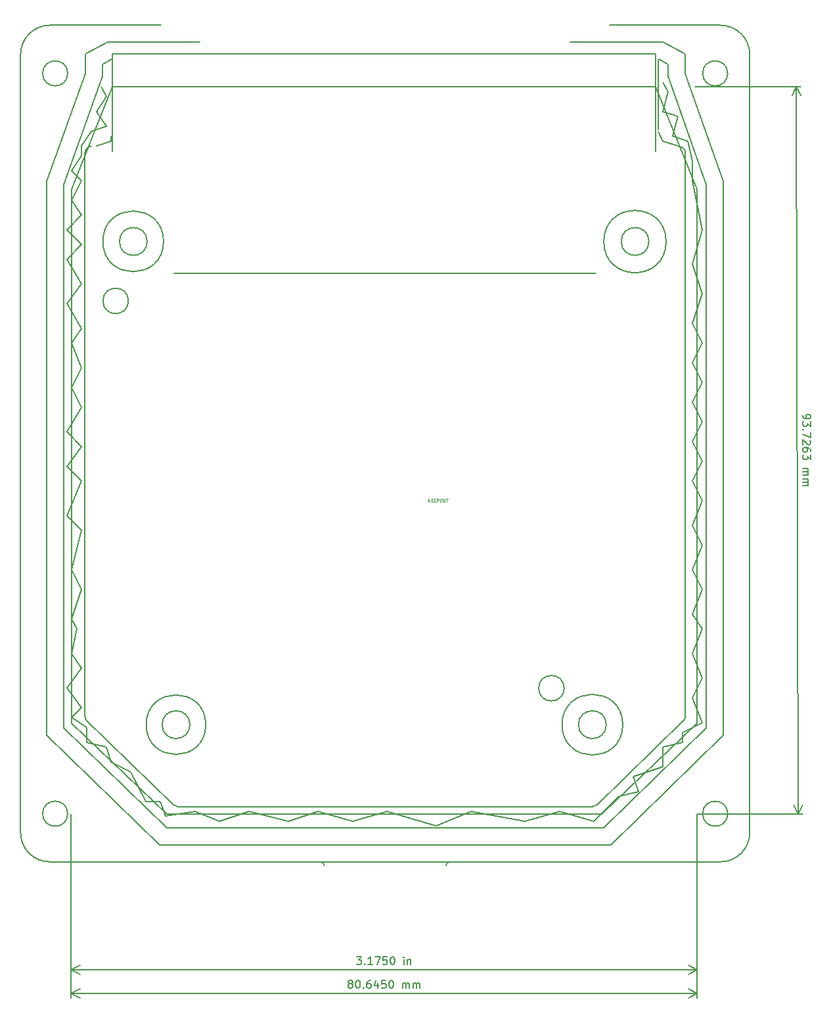
<source format=gbr>
%TF.GenerationSoftware,KiCad,Pcbnew,8.99.0-unknown-1.20241217gite6b7397.fc40*%
%TF.CreationDate,2024-12-24T22:56:10-03:00*%
%TF.ProjectId,hw_v1,68775f76-312e-46b6-9963-61645f706362,rev?*%
%TF.SameCoordinates,Original*%
%TF.FileFunction,Other,Comment*%
%FSLAX46Y46*%
G04 Gerber Fmt 4.6, Leading zero omitted, Abs format (unit mm)*
G04 Created by KiCad (PCBNEW 8.99.0-unknown-1.20241217gite6b7397.fc40) date 2024-12-24 22:56:10*
%MOMM*%
%LPD*%
G01*
G04 APERTURE LIST*
%ADD10C,0.150000*%
%ADD11C,0.200000*%
%ADD12C,0.070000*%
G04 APERTURE END LIST*
D10*
X75322657Y-128918309D02*
X75322657Y-130823309D01*
X149617657Y-131458309D02*
X152157657Y-130823309D01*
D11*
X155217800Y-58935152D02*
X155217800Y-128993660D01*
X70204000Y-58551109D02*
X70204000Y-129928541D01*
X72896400Y-140037741D02*
G75*
G02*
X69670600Y-140037741I-1612900J0D01*
G01*
X69670600Y-140037741D02*
G75*
G02*
X72896400Y-140037741I1612900J0D01*
G01*
D10*
X74687657Y-58433309D02*
X73417657Y-57163309D01*
X96277657Y-139713309D02*
X101357657Y-140983309D01*
X114057657Y-139713309D02*
X120407657Y-141618309D01*
D11*
X151687200Y-54058742D02*
G75*
G02*
X152499958Y-54871542I-300J-813058D01*
G01*
D10*
X73417657Y-85103309D02*
X74687657Y-87643309D01*
D11*
X72413800Y-58935152D02*
X72413800Y-128993660D01*
X85654100Y-141841141D02*
X141977500Y-141841141D01*
X66825800Y-42196941D02*
G75*
G02*
X70585000Y-38437700I3759200J41D01*
G01*
D10*
X72782657Y-123838309D02*
X74687657Y-126378309D01*
D11*
X149604400Y-40622141D02*
X152449200Y-42120741D01*
X152253218Y-128083325D02*
X141112139Y-138893865D01*
D10*
X154697657Y-84468309D02*
X153427657Y-81928309D01*
X75322657Y-130823309D02*
X77862657Y-131458309D01*
X153427657Y-119393309D02*
X154697657Y-116218309D01*
X154697657Y-94628309D02*
X153427657Y-92088309D01*
X73417657Y-79388309D02*
X74687657Y-82563309D01*
X89292657Y-139713309D02*
X92467657Y-140983309D01*
X153427657Y-97168309D02*
X154697657Y-94628309D01*
X146442657Y-137173309D02*
X145807657Y-135268309D01*
X149617657Y-133998309D02*
X149617657Y-131458309D01*
D11*
X75182400Y-44660741D02*
X70204000Y-58551109D01*
X160805800Y-142476141D02*
X160805800Y-42196941D01*
D10*
X73417657Y-108598309D02*
X74687657Y-111138309D01*
D11*
X84758201Y-144050941D02*
X142873399Y-144050941D01*
D10*
X150887657Y-52718309D02*
X151522657Y-50178309D01*
D11*
X157046600Y-38437741D02*
G75*
G02*
X160805759Y-42196941I-200J-3759359D01*
G01*
D10*
X109612657Y-140983309D02*
X114057657Y-139713309D01*
D11*
X157961000Y-140037741D02*
G75*
G02*
X154735200Y-140037741I-1612900J0D01*
G01*
X154735200Y-140037741D02*
G75*
G02*
X157961000Y-140037741I1612900J0D01*
G01*
X152449200Y-42120741D02*
X152449200Y-44660741D01*
D10*
X77862657Y-47638309D02*
X77227657Y-46368309D01*
D11*
X157046600Y-38437742D02*
X142708300Y-38437741D01*
D10*
X76592657Y-49543309D02*
X77862657Y-47638309D01*
D11*
X89927100Y-40622141D02*
X78027200Y-40622141D01*
X121651700Y-146743340D02*
G75*
G02*
X122159700Y-146235300I508000J40D01*
G01*
D10*
X77862657Y-131458309D02*
X78497657Y-133363309D01*
D11*
X137704500Y-40622141D02*
X149604400Y-40622141D01*
X157427600Y-58551109D02*
X157427600Y-129928541D01*
D10*
X73417657Y-119393309D02*
X74687657Y-121298309D01*
X74687657Y-82563309D02*
X73417657Y-85103309D01*
X72782657Y-68593309D02*
X74687657Y-71768309D01*
X74052657Y-116218309D02*
X73417657Y-119393309D01*
X153427657Y-92088309D02*
X154697657Y-89548309D01*
X153427657Y-81928309D02*
X154697657Y-79388309D01*
D11*
X77392200Y-43454314D02*
X77392200Y-45044784D01*
X105471900Y-146235340D02*
X70585000Y-146235340D01*
D10*
X153427657Y-114313309D02*
X154697657Y-111138309D01*
X140727657Y-140983309D02*
X143902657Y-137808309D01*
D11*
X152500000Y-127500000D02*
G75*
G02*
X152253197Y-128083303I-812700J0D01*
G01*
X155217800Y-128993660D02*
X141977500Y-141841141D01*
D10*
X92467657Y-140983309D02*
X96277657Y-139713309D01*
D11*
X149019258Y-42831941D02*
X149019258Y-51823542D01*
X66825800Y-142476140D02*
X66825801Y-42196941D01*
D10*
X76592657Y-53988309D02*
X78497657Y-53353309D01*
X74687657Y-77483309D02*
X73417657Y-79388309D01*
X74687657Y-126378309D02*
X73417657Y-127648309D01*
X74687657Y-66688309D02*
X72782657Y-68593309D01*
X73417657Y-127648309D02*
X75322657Y-128918309D01*
X131837657Y-140983309D02*
X136282657Y-139713309D01*
D11*
X160805799Y-142476141D02*
G75*
G02*
X157046599Y-146235299I-3759199J41D01*
G01*
X157961000Y-44635341D02*
G75*
G02*
X154735200Y-44635341I-1612900J0D01*
G01*
X154735200Y-44635341D02*
G75*
G02*
X157961000Y-44635341I1612900J0D01*
G01*
D10*
X81037657Y-134633309D02*
X82942657Y-138443309D01*
X82942657Y-138443309D02*
X84847657Y-138443309D01*
X149617657Y-49543309D02*
X150252657Y-47003309D01*
X74687657Y-97168309D02*
X72782657Y-101613309D01*
X74687657Y-121298309D02*
X72782657Y-123838309D01*
X154697657Y-89548309D02*
X153427657Y-87008309D01*
X153427657Y-108598309D02*
X154697657Y-105423309D01*
X74687657Y-62878309D02*
X72782657Y-64783309D01*
X154697657Y-111138309D02*
X153427657Y-108598309D01*
X153427657Y-58433309D02*
X153427657Y-55893309D01*
X153427657Y-76848309D02*
X154697657Y-73038309D01*
D11*
X141112139Y-138893865D02*
G75*
G02*
X140546121Y-139123357I-566139J583565D01*
G01*
X75131601Y-54871541D02*
X75131600Y-127500000D01*
X157046599Y-146235341D02*
X122159700Y-146235340D01*
D10*
X77862657Y-51448309D02*
X76592657Y-49543309D01*
D11*
X140999567Y-70377685D02*
X86632033Y-70377685D01*
D10*
X72782657Y-95263309D02*
X74687657Y-97168309D01*
X84847657Y-138443309D02*
X85482657Y-140348309D01*
D11*
X149057946Y-42831941D02*
X150239400Y-43454314D01*
D10*
X143902657Y-137808309D02*
X146442657Y-137173309D01*
X145807657Y-135268309D02*
X149617657Y-133998309D01*
X120407657Y-141618309D02*
X124852657Y-139713309D01*
D11*
X72413800Y-128993660D02*
X85654100Y-141841141D01*
D10*
X152157657Y-129553309D02*
X154697657Y-128283309D01*
X136282657Y-139713309D02*
X140727657Y-140983309D01*
D11*
X77392200Y-45044784D02*
X72413800Y-58935152D01*
D10*
X72782657Y-64783309D02*
X74687657Y-66688309D01*
X85482657Y-140348309D02*
X89292657Y-139713309D01*
X75957657Y-52083309D02*
X77862657Y-51448309D01*
X152792657Y-53353309D02*
X150887657Y-52718309D01*
X74687657Y-92723309D02*
X72782657Y-95263309D01*
D11*
X87085479Y-139123340D02*
X140546121Y-139123340D01*
D10*
X73417657Y-114948309D02*
X74052657Y-116218309D01*
D11*
X78027200Y-40622141D02*
X75182400Y-42120741D01*
D10*
X154697657Y-105423309D02*
X153427657Y-102883309D01*
D11*
X105471900Y-146235340D02*
G75*
G02*
X105979860Y-146743340I-200J-508160D01*
G01*
X84923300Y-38437741D02*
X70585000Y-38437741D01*
D10*
X74687657Y-87643309D02*
X72782657Y-90818309D01*
D11*
X78612342Y-42831941D02*
X78612342Y-51823541D01*
D10*
X154697657Y-64783309D02*
X153427657Y-58433309D01*
D11*
X75131601Y-54871541D02*
G75*
G02*
X75944401Y-54058701I812799J41D01*
G01*
D10*
X78497657Y-53353309D02*
X78497657Y-52718309D01*
D11*
X75182400Y-42120741D02*
X75182400Y-44660741D01*
D10*
X154697657Y-99708309D02*
X153427657Y-97168309D01*
D11*
X150239400Y-43454314D02*
X150239400Y-45044784D01*
X152449200Y-44660741D02*
X157427600Y-58551109D01*
D10*
X74687657Y-71768309D02*
X72782657Y-74308309D01*
D11*
X70204000Y-129928541D02*
X84758201Y-144050941D01*
D10*
X78497657Y-133363309D02*
X81037657Y-134633309D01*
X151522657Y-50178309D02*
X149617657Y-49543309D01*
X150252657Y-47003309D02*
X149617657Y-45733309D01*
X72782657Y-101613309D02*
X74687657Y-103518309D01*
D11*
X75378382Y-128083325D02*
X86519461Y-138893865D01*
D10*
X149617657Y-53353309D02*
X148982657Y-52083309D01*
X154697657Y-122568309D02*
X153427657Y-119393309D01*
X72782657Y-90818309D02*
X74687657Y-92723309D01*
X153427657Y-87008309D02*
X154697657Y-84468309D01*
X74687657Y-53988309D02*
X75957657Y-52083309D01*
D11*
X70585000Y-146235340D02*
G75*
G02*
X66825760Y-142476140I-100J3759140D01*
G01*
X152500000Y-54871542D02*
X152499999Y-127500000D01*
D10*
X154697657Y-128283309D02*
X153427657Y-125108309D01*
X153427657Y-125108309D02*
X154697657Y-122568309D01*
X74687657Y-55258309D02*
X74687657Y-53988309D01*
X73417657Y-57163309D02*
X74687657Y-55258309D01*
D11*
X122159700Y-146235340D02*
X105471900Y-146235340D01*
D10*
X154697657Y-79388309D02*
X153427657Y-76848309D01*
X154697657Y-73038309D02*
X153427657Y-69228309D01*
X101357657Y-140983309D02*
X105167657Y-139713309D01*
X151522657Y-53988309D02*
X149617657Y-53353309D01*
D11*
X75378382Y-128083325D02*
G75*
G02*
X75131600Y-127500000I566018J583325D01*
G01*
D10*
X74687657Y-62878309D02*
X73417657Y-60973309D01*
X74687657Y-111138309D02*
X73417657Y-114948309D01*
X72782657Y-74308309D02*
X74687657Y-77483309D01*
X73417657Y-60973309D02*
X74687657Y-58433309D01*
D11*
X72896400Y-44635341D02*
G75*
G02*
X69670600Y-44635341I-1612900J0D01*
G01*
X69670600Y-44635341D02*
G75*
G02*
X72896400Y-44635341I1612900J0D01*
G01*
X87085479Y-139123341D02*
G75*
G02*
X86519443Y-138893883I21J812941D01*
G01*
D10*
X153427657Y-55893309D02*
X152792657Y-53353309D01*
D11*
X150239400Y-45044784D02*
X155217800Y-58935152D01*
D10*
X74687657Y-103518309D02*
X73417657Y-108598309D01*
D11*
X157427600Y-129928541D02*
X142873399Y-144050941D01*
X78573654Y-42831941D02*
X77392200Y-43454314D01*
D10*
X153427657Y-69228309D02*
X154697657Y-64783309D01*
X105167657Y-139713309D02*
X109612657Y-140983309D01*
X153427657Y-102883309D02*
X154697657Y-99708309D01*
X152157657Y-130823309D02*
X152157657Y-129553309D01*
X154697657Y-116218309D02*
X153427657Y-114313309D01*
X124852657Y-139713309D02*
X131837657Y-140983309D01*
X110131538Y-158464328D02*
X110750585Y-158464328D01*
X110750585Y-158464328D02*
X110417252Y-158845280D01*
X110417252Y-158845280D02*
X110560109Y-158845280D01*
X110560109Y-158845280D02*
X110655347Y-158892899D01*
X110655347Y-158892899D02*
X110702966Y-158940518D01*
X110702966Y-158940518D02*
X110750585Y-159035756D01*
X110750585Y-159035756D02*
X110750585Y-159273851D01*
X110750585Y-159273851D02*
X110702966Y-159369089D01*
X110702966Y-159369089D02*
X110655347Y-159416709D01*
X110655347Y-159416709D02*
X110560109Y-159464328D01*
X110560109Y-159464328D02*
X110274395Y-159464328D01*
X110274395Y-159464328D02*
X110179157Y-159416709D01*
X110179157Y-159416709D02*
X110131538Y-159369089D01*
X111179157Y-159369089D02*
X111226776Y-159416709D01*
X111226776Y-159416709D02*
X111179157Y-159464328D01*
X111179157Y-159464328D02*
X111131538Y-159416709D01*
X111131538Y-159416709D02*
X111179157Y-159369089D01*
X111179157Y-159369089D02*
X111179157Y-159464328D01*
X112179156Y-159464328D02*
X111607728Y-159464328D01*
X111893442Y-159464328D02*
X111893442Y-158464328D01*
X111893442Y-158464328D02*
X111798204Y-158607185D01*
X111798204Y-158607185D02*
X111702966Y-158702423D01*
X111702966Y-158702423D02*
X111607728Y-158750042D01*
X112512490Y-158464328D02*
X113179156Y-158464328D01*
X113179156Y-158464328D02*
X112750585Y-159464328D01*
X114036299Y-158464328D02*
X113560109Y-158464328D01*
X113560109Y-158464328D02*
X113512490Y-158940518D01*
X113512490Y-158940518D02*
X113560109Y-158892899D01*
X113560109Y-158892899D02*
X113655347Y-158845280D01*
X113655347Y-158845280D02*
X113893442Y-158845280D01*
X113893442Y-158845280D02*
X113988680Y-158892899D01*
X113988680Y-158892899D02*
X114036299Y-158940518D01*
X114036299Y-158940518D02*
X114083918Y-159035756D01*
X114083918Y-159035756D02*
X114083918Y-159273851D01*
X114083918Y-159273851D02*
X114036299Y-159369089D01*
X114036299Y-159369089D02*
X113988680Y-159416709D01*
X113988680Y-159416709D02*
X113893442Y-159464328D01*
X113893442Y-159464328D02*
X113655347Y-159464328D01*
X113655347Y-159464328D02*
X113560109Y-159416709D01*
X113560109Y-159416709D02*
X113512490Y-159369089D01*
X114702966Y-158464328D02*
X114798204Y-158464328D01*
X114798204Y-158464328D02*
X114893442Y-158511947D01*
X114893442Y-158511947D02*
X114941061Y-158559566D01*
X114941061Y-158559566D02*
X114988680Y-158654804D01*
X114988680Y-158654804D02*
X115036299Y-158845280D01*
X115036299Y-158845280D02*
X115036299Y-159083375D01*
X115036299Y-159083375D02*
X114988680Y-159273851D01*
X114988680Y-159273851D02*
X114941061Y-159369089D01*
X114941061Y-159369089D02*
X114893442Y-159416709D01*
X114893442Y-159416709D02*
X114798204Y-159464328D01*
X114798204Y-159464328D02*
X114702966Y-159464328D01*
X114702966Y-159464328D02*
X114607728Y-159416709D01*
X114607728Y-159416709D02*
X114560109Y-159369089D01*
X114560109Y-159369089D02*
X114512490Y-159273851D01*
X114512490Y-159273851D02*
X114464871Y-159083375D01*
X114464871Y-159083375D02*
X114464871Y-158845280D01*
X114464871Y-158845280D02*
X114512490Y-158654804D01*
X114512490Y-158654804D02*
X114560109Y-158559566D01*
X114560109Y-158559566D02*
X114607728Y-158511947D01*
X114607728Y-158511947D02*
X114702966Y-158464328D01*
X116226776Y-159464328D02*
X116226776Y-158797661D01*
X116226776Y-158464328D02*
X116179157Y-158511947D01*
X116179157Y-158511947D02*
X116226776Y-158559566D01*
X116226776Y-158559566D02*
X116274395Y-158511947D01*
X116274395Y-158511947D02*
X116226776Y-158464328D01*
X116226776Y-158464328D02*
X116226776Y-158559566D01*
X116702966Y-158797661D02*
X116702966Y-159464328D01*
X116702966Y-158892899D02*
X116750585Y-158845280D01*
X116750585Y-158845280D02*
X116845823Y-158797661D01*
X116845823Y-158797661D02*
X116988680Y-158797661D01*
X116988680Y-158797661D02*
X117083918Y-158845280D01*
X117083918Y-158845280D02*
X117131537Y-158940518D01*
X117131537Y-158940518D02*
X117131537Y-159464328D01*
X154001657Y-140093509D02*
X154001657Y-160745929D01*
X73356657Y-140093509D02*
X73356657Y-160745929D01*
X154001657Y-160159509D02*
X73356657Y-160159509D01*
X154001657Y-160159509D02*
X73356657Y-160159509D01*
X154001657Y-160159509D02*
X152875153Y-160745930D01*
X154001657Y-160159509D02*
X152875153Y-159573088D01*
X73356657Y-160159509D02*
X74483161Y-159573088D01*
X73356657Y-160159509D02*
X74483161Y-160745930D01*
X154001657Y-160159509D02*
X73356657Y-160159509D01*
X154001657Y-160159509D02*
X73356657Y-160159509D01*
X154001657Y-160159509D02*
X152875153Y-160745930D01*
X154001657Y-160159509D02*
X152875153Y-159573088D01*
X73356657Y-160159509D02*
X74483161Y-159573088D01*
X73356657Y-160159509D02*
X74483161Y-160745930D01*
X167638824Y-88669381D02*
X167639340Y-88859856D01*
X167639340Y-88859856D02*
X167687217Y-88954965D01*
X167687217Y-88954965D02*
X167734965Y-89002455D01*
X167734965Y-89002455D02*
X167878079Y-89097306D01*
X167878079Y-89097306D02*
X168068684Y-89144408D01*
X168068684Y-89144408D02*
X168449635Y-89143376D01*
X168449635Y-89143376D02*
X168544744Y-89095499D01*
X168544744Y-89095499D02*
X168592233Y-89047751D01*
X168592233Y-89047751D02*
X168639594Y-88952384D01*
X168639594Y-88952384D02*
X168639078Y-88761909D01*
X168639078Y-88761909D02*
X168591201Y-88666800D01*
X168591201Y-88666800D02*
X168543453Y-88619310D01*
X168543453Y-88619310D02*
X168448086Y-88571949D01*
X168448086Y-88571949D02*
X168209992Y-88572595D01*
X168209992Y-88572595D02*
X168114883Y-88620472D01*
X168114883Y-88620472D02*
X168067393Y-88668220D01*
X168067393Y-88668220D02*
X168020033Y-88763586D01*
X168020033Y-88763586D02*
X168020549Y-88954062D01*
X168020549Y-88954062D02*
X168068426Y-89049171D01*
X168068426Y-89049171D02*
X168116174Y-89096660D01*
X168116174Y-89096660D02*
X168211540Y-89144021D01*
X168641014Y-89476192D02*
X168642691Y-90095237D01*
X168642691Y-90095237D02*
X168260837Y-89762937D01*
X168260837Y-89762937D02*
X168261224Y-89905794D01*
X168261224Y-89905794D02*
X168213863Y-90001161D01*
X168213863Y-90001161D02*
X168166374Y-90048909D01*
X168166374Y-90048909D02*
X168071265Y-90096786D01*
X168071265Y-90096786D02*
X167833170Y-90097431D01*
X167833170Y-90097431D02*
X167737804Y-90050070D01*
X167737804Y-90050070D02*
X167690056Y-90002580D01*
X167690056Y-90002580D02*
X167642179Y-89907472D01*
X167642179Y-89907472D02*
X167641404Y-89621758D01*
X167641404Y-89621758D02*
X167688765Y-89526392D01*
X167688765Y-89526392D02*
X167736255Y-89478644D01*
X167739094Y-90526259D02*
X167691604Y-90574007D01*
X167691604Y-90574007D02*
X167643856Y-90526517D01*
X167643856Y-90526517D02*
X167691346Y-90478769D01*
X167691346Y-90478769D02*
X167739094Y-90526259D01*
X167739094Y-90526259D02*
X167643856Y-90526517D01*
X168644885Y-90904758D02*
X168646692Y-91571422D01*
X168646692Y-91571422D02*
X167645534Y-91145562D01*
X168552357Y-91905012D02*
X168600105Y-91952502D01*
X168600105Y-91952502D02*
X168647982Y-92047611D01*
X168647982Y-92047611D02*
X168648628Y-92285705D01*
X168648628Y-92285705D02*
X168601267Y-92381072D01*
X168601267Y-92381072D02*
X168553777Y-92428820D01*
X168553777Y-92428820D02*
X168458668Y-92476697D01*
X168458668Y-92476697D02*
X168363430Y-92476955D01*
X168363430Y-92476955D02*
X168220445Y-92429723D01*
X168220445Y-92429723D02*
X167647470Y-91859845D01*
X167647470Y-91859845D02*
X167649147Y-92478890D01*
X168651467Y-93333320D02*
X168650950Y-93142845D01*
X168650950Y-93142845D02*
X168603073Y-93047736D01*
X168603073Y-93047736D02*
X168555326Y-93000246D01*
X168555326Y-93000246D02*
X168412211Y-92905396D01*
X168412211Y-92905396D02*
X168221606Y-92858293D01*
X168221606Y-92858293D02*
X167840655Y-92859325D01*
X167840655Y-92859325D02*
X167745547Y-92907202D01*
X167745547Y-92907202D02*
X167698057Y-92954950D01*
X167698057Y-92954950D02*
X167650696Y-93050317D01*
X167650696Y-93050317D02*
X167651212Y-93240792D01*
X167651212Y-93240792D02*
X167699089Y-93335901D01*
X167699089Y-93335901D02*
X167746837Y-93383391D01*
X167746837Y-93383391D02*
X167842204Y-93430752D01*
X167842204Y-93430752D02*
X168080298Y-93430107D01*
X168080298Y-93430107D02*
X168175407Y-93382230D01*
X168175407Y-93382230D02*
X168222897Y-93334482D01*
X168222897Y-93334482D02*
X168270258Y-93239115D01*
X168270258Y-93239115D02*
X168269741Y-93048639D01*
X168269741Y-93048639D02*
X168221864Y-92953531D01*
X168221864Y-92953531D02*
X168174116Y-92906041D01*
X168174116Y-92906041D02*
X168078750Y-92858680D01*
X168652628Y-93761890D02*
X168654306Y-94380935D01*
X168654306Y-94380935D02*
X168272451Y-94048636D01*
X168272451Y-94048636D02*
X168272838Y-94191492D01*
X168272838Y-94191492D02*
X168225478Y-94286859D01*
X168225478Y-94286859D02*
X168177988Y-94334607D01*
X168177988Y-94334607D02*
X168082879Y-94382484D01*
X168082879Y-94382484D02*
X167844785Y-94383129D01*
X167844785Y-94383129D02*
X167749418Y-94335768D01*
X167749418Y-94335768D02*
X167701670Y-94288279D01*
X167701670Y-94288279D02*
X167653793Y-94193170D01*
X167653793Y-94193170D02*
X167653019Y-93907457D01*
X167653019Y-93907457D02*
X167700380Y-93812090D01*
X167700380Y-93812090D02*
X167747869Y-93764342D01*
X167657536Y-95574118D02*
X168324200Y-95572311D01*
X168228962Y-95572569D02*
X168276710Y-95620059D01*
X168276710Y-95620059D02*
X168324587Y-95715168D01*
X168324587Y-95715168D02*
X168324974Y-95858024D01*
X168324974Y-95858024D02*
X168277613Y-95953391D01*
X168277613Y-95953391D02*
X168182505Y-96001268D01*
X168182505Y-96001268D02*
X167658697Y-96002687D01*
X168182505Y-96001268D02*
X168277871Y-96048629D01*
X168277871Y-96048629D02*
X168325748Y-96143737D01*
X168325748Y-96143737D02*
X168326135Y-96286594D01*
X168326135Y-96286594D02*
X168278775Y-96381961D01*
X168278775Y-96381961D02*
X168183666Y-96429838D01*
X168183666Y-96429838D02*
X167659858Y-96431257D01*
X167661149Y-96907446D02*
X168327813Y-96905639D01*
X168232575Y-96905897D02*
X168280323Y-96953387D01*
X168280323Y-96953387D02*
X168328200Y-97048496D01*
X168328200Y-97048496D02*
X168328587Y-97191352D01*
X168328587Y-97191352D02*
X168281227Y-97286719D01*
X168281227Y-97286719D02*
X168186118Y-97334596D01*
X168186118Y-97334596D02*
X167662310Y-97336016D01*
X168186118Y-97334596D02*
X168281485Y-97381957D01*
X168281485Y-97381957D02*
X168329362Y-97477065D01*
X168329362Y-97477065D02*
X168329749Y-97619922D01*
X168329749Y-97619922D02*
X168282388Y-97715289D01*
X168282388Y-97715289D02*
X168187279Y-97763166D01*
X168187279Y-97763166D02*
X167663472Y-97764585D01*
X153747657Y-46367509D02*
X167415323Y-46330469D01*
X154001657Y-140093509D02*
X167669323Y-140056469D01*
X166828905Y-46332058D02*
X167082905Y-140058058D01*
X166828905Y-46332058D02*
X167082905Y-140058058D01*
X166828905Y-46332058D02*
X167418376Y-47456968D01*
X166828905Y-46332058D02*
X166245539Y-47460147D01*
X167082905Y-140058058D02*
X166493434Y-138933148D01*
X167082905Y-140058058D02*
X167666271Y-138929969D01*
X166828905Y-46332058D02*
X167082905Y-140058058D01*
X166828905Y-46332058D02*
X167082905Y-140058058D01*
X166828905Y-46332058D02*
X167418376Y-47456968D01*
X166828905Y-46332058D02*
X166245539Y-47460147D01*
X167082905Y-140058058D02*
X166493434Y-138933148D01*
X167082905Y-140058058D02*
X167666271Y-138929969D01*
X109250586Y-161940898D02*
X109155348Y-161893279D01*
X109155348Y-161893279D02*
X109107729Y-161845660D01*
X109107729Y-161845660D02*
X109060110Y-161750422D01*
X109060110Y-161750422D02*
X109060110Y-161702803D01*
X109060110Y-161702803D02*
X109107729Y-161607565D01*
X109107729Y-161607565D02*
X109155348Y-161559946D01*
X109155348Y-161559946D02*
X109250586Y-161512327D01*
X109250586Y-161512327D02*
X109441062Y-161512327D01*
X109441062Y-161512327D02*
X109536300Y-161559946D01*
X109536300Y-161559946D02*
X109583919Y-161607565D01*
X109583919Y-161607565D02*
X109631538Y-161702803D01*
X109631538Y-161702803D02*
X109631538Y-161750422D01*
X109631538Y-161750422D02*
X109583919Y-161845660D01*
X109583919Y-161845660D02*
X109536300Y-161893279D01*
X109536300Y-161893279D02*
X109441062Y-161940898D01*
X109441062Y-161940898D02*
X109250586Y-161940898D01*
X109250586Y-161940898D02*
X109155348Y-161988517D01*
X109155348Y-161988517D02*
X109107729Y-162036136D01*
X109107729Y-162036136D02*
X109060110Y-162131374D01*
X109060110Y-162131374D02*
X109060110Y-162321850D01*
X109060110Y-162321850D02*
X109107729Y-162417088D01*
X109107729Y-162417088D02*
X109155348Y-162464708D01*
X109155348Y-162464708D02*
X109250586Y-162512327D01*
X109250586Y-162512327D02*
X109441062Y-162512327D01*
X109441062Y-162512327D02*
X109536300Y-162464708D01*
X109536300Y-162464708D02*
X109583919Y-162417088D01*
X109583919Y-162417088D02*
X109631538Y-162321850D01*
X109631538Y-162321850D02*
X109631538Y-162131374D01*
X109631538Y-162131374D02*
X109583919Y-162036136D01*
X109583919Y-162036136D02*
X109536300Y-161988517D01*
X109536300Y-161988517D02*
X109441062Y-161940898D01*
X110250586Y-161512327D02*
X110345824Y-161512327D01*
X110345824Y-161512327D02*
X110441062Y-161559946D01*
X110441062Y-161559946D02*
X110488681Y-161607565D01*
X110488681Y-161607565D02*
X110536300Y-161702803D01*
X110536300Y-161702803D02*
X110583919Y-161893279D01*
X110583919Y-161893279D02*
X110583919Y-162131374D01*
X110583919Y-162131374D02*
X110536300Y-162321850D01*
X110536300Y-162321850D02*
X110488681Y-162417088D01*
X110488681Y-162417088D02*
X110441062Y-162464708D01*
X110441062Y-162464708D02*
X110345824Y-162512327D01*
X110345824Y-162512327D02*
X110250586Y-162512327D01*
X110250586Y-162512327D02*
X110155348Y-162464708D01*
X110155348Y-162464708D02*
X110107729Y-162417088D01*
X110107729Y-162417088D02*
X110060110Y-162321850D01*
X110060110Y-162321850D02*
X110012491Y-162131374D01*
X110012491Y-162131374D02*
X110012491Y-161893279D01*
X110012491Y-161893279D02*
X110060110Y-161702803D01*
X110060110Y-161702803D02*
X110107729Y-161607565D01*
X110107729Y-161607565D02*
X110155348Y-161559946D01*
X110155348Y-161559946D02*
X110250586Y-161512327D01*
X111012491Y-162417088D02*
X111060110Y-162464708D01*
X111060110Y-162464708D02*
X111012491Y-162512327D01*
X111012491Y-162512327D02*
X110964872Y-162464708D01*
X110964872Y-162464708D02*
X111012491Y-162417088D01*
X111012491Y-162417088D02*
X111012491Y-162512327D01*
X111917252Y-161512327D02*
X111726776Y-161512327D01*
X111726776Y-161512327D02*
X111631538Y-161559946D01*
X111631538Y-161559946D02*
X111583919Y-161607565D01*
X111583919Y-161607565D02*
X111488681Y-161750422D01*
X111488681Y-161750422D02*
X111441062Y-161940898D01*
X111441062Y-161940898D02*
X111441062Y-162321850D01*
X111441062Y-162321850D02*
X111488681Y-162417088D01*
X111488681Y-162417088D02*
X111536300Y-162464708D01*
X111536300Y-162464708D02*
X111631538Y-162512327D01*
X111631538Y-162512327D02*
X111822014Y-162512327D01*
X111822014Y-162512327D02*
X111917252Y-162464708D01*
X111917252Y-162464708D02*
X111964871Y-162417088D01*
X111964871Y-162417088D02*
X112012490Y-162321850D01*
X112012490Y-162321850D02*
X112012490Y-162083755D01*
X112012490Y-162083755D02*
X111964871Y-161988517D01*
X111964871Y-161988517D02*
X111917252Y-161940898D01*
X111917252Y-161940898D02*
X111822014Y-161893279D01*
X111822014Y-161893279D02*
X111631538Y-161893279D01*
X111631538Y-161893279D02*
X111536300Y-161940898D01*
X111536300Y-161940898D02*
X111488681Y-161988517D01*
X111488681Y-161988517D02*
X111441062Y-162083755D01*
X112869633Y-161845660D02*
X112869633Y-162512327D01*
X112631538Y-161464708D02*
X112393443Y-162178993D01*
X112393443Y-162178993D02*
X113012490Y-162178993D01*
X113869633Y-161512327D02*
X113393443Y-161512327D01*
X113393443Y-161512327D02*
X113345824Y-161988517D01*
X113345824Y-161988517D02*
X113393443Y-161940898D01*
X113393443Y-161940898D02*
X113488681Y-161893279D01*
X113488681Y-161893279D02*
X113726776Y-161893279D01*
X113726776Y-161893279D02*
X113822014Y-161940898D01*
X113822014Y-161940898D02*
X113869633Y-161988517D01*
X113869633Y-161988517D02*
X113917252Y-162083755D01*
X113917252Y-162083755D02*
X113917252Y-162321850D01*
X113917252Y-162321850D02*
X113869633Y-162417088D01*
X113869633Y-162417088D02*
X113822014Y-162464708D01*
X113822014Y-162464708D02*
X113726776Y-162512327D01*
X113726776Y-162512327D02*
X113488681Y-162512327D01*
X113488681Y-162512327D02*
X113393443Y-162464708D01*
X113393443Y-162464708D02*
X113345824Y-162417088D01*
X114536300Y-161512327D02*
X114631538Y-161512327D01*
X114631538Y-161512327D02*
X114726776Y-161559946D01*
X114726776Y-161559946D02*
X114774395Y-161607565D01*
X114774395Y-161607565D02*
X114822014Y-161702803D01*
X114822014Y-161702803D02*
X114869633Y-161893279D01*
X114869633Y-161893279D02*
X114869633Y-162131374D01*
X114869633Y-162131374D02*
X114822014Y-162321850D01*
X114822014Y-162321850D02*
X114774395Y-162417088D01*
X114774395Y-162417088D02*
X114726776Y-162464708D01*
X114726776Y-162464708D02*
X114631538Y-162512327D01*
X114631538Y-162512327D02*
X114536300Y-162512327D01*
X114536300Y-162512327D02*
X114441062Y-162464708D01*
X114441062Y-162464708D02*
X114393443Y-162417088D01*
X114393443Y-162417088D02*
X114345824Y-162321850D01*
X114345824Y-162321850D02*
X114298205Y-162131374D01*
X114298205Y-162131374D02*
X114298205Y-161893279D01*
X114298205Y-161893279D02*
X114345824Y-161702803D01*
X114345824Y-161702803D02*
X114393443Y-161607565D01*
X114393443Y-161607565D02*
X114441062Y-161559946D01*
X114441062Y-161559946D02*
X114536300Y-161512327D01*
X116060110Y-162512327D02*
X116060110Y-161845660D01*
X116060110Y-161940898D02*
X116107729Y-161893279D01*
X116107729Y-161893279D02*
X116202967Y-161845660D01*
X116202967Y-161845660D02*
X116345824Y-161845660D01*
X116345824Y-161845660D02*
X116441062Y-161893279D01*
X116441062Y-161893279D02*
X116488681Y-161988517D01*
X116488681Y-161988517D02*
X116488681Y-162512327D01*
X116488681Y-161988517D02*
X116536300Y-161893279D01*
X116536300Y-161893279D02*
X116631538Y-161845660D01*
X116631538Y-161845660D02*
X116774395Y-161845660D01*
X116774395Y-161845660D02*
X116869634Y-161893279D01*
X116869634Y-161893279D02*
X116917253Y-161988517D01*
X116917253Y-161988517D02*
X116917253Y-162512327D01*
X117393443Y-162512327D02*
X117393443Y-161845660D01*
X117393443Y-161940898D02*
X117441062Y-161893279D01*
X117441062Y-161893279D02*
X117536300Y-161845660D01*
X117536300Y-161845660D02*
X117679157Y-161845660D01*
X117679157Y-161845660D02*
X117774395Y-161893279D01*
X117774395Y-161893279D02*
X117822014Y-161988517D01*
X117822014Y-161988517D02*
X117822014Y-162512327D01*
X117822014Y-161988517D02*
X117869633Y-161893279D01*
X117869633Y-161893279D02*
X117964871Y-161845660D01*
X117964871Y-161845660D02*
X118107728Y-161845660D01*
X118107728Y-161845660D02*
X118202967Y-161893279D01*
X118202967Y-161893279D02*
X118250586Y-161988517D01*
X118250586Y-161988517D02*
X118250586Y-162512327D01*
X154001657Y-140093509D02*
X154001657Y-163793928D01*
X73356657Y-140093509D02*
X73356657Y-163793928D01*
X154001657Y-163207508D02*
X73356657Y-163207508D01*
X154001657Y-163207508D02*
X73356657Y-163207508D01*
X154001657Y-163207508D02*
X152875153Y-163793929D01*
X154001657Y-163207508D02*
X152875153Y-162621087D01*
X73356657Y-163207508D02*
X74483161Y-162621087D01*
X73356657Y-163207508D02*
X74483161Y-163793929D01*
X154001657Y-163207508D02*
X73356657Y-163207508D01*
X154001657Y-163207508D02*
X73356657Y-163207508D01*
X154001657Y-163207508D02*
X152875153Y-163793929D01*
X154001657Y-163207508D02*
X152875153Y-162621087D01*
X73356657Y-163207508D02*
X74483161Y-162621087D01*
X73356657Y-163207508D02*
X74483161Y-163793929D01*
D12*
X119361904Y-99871407D02*
X119361904Y-99471407D01*
X119590475Y-99871407D02*
X119419046Y-99642836D01*
X119590475Y-99471407D02*
X119361904Y-99699979D01*
X119761904Y-99661883D02*
X119895237Y-99661883D01*
X119952380Y-99871407D02*
X119761904Y-99871407D01*
X119761904Y-99871407D02*
X119761904Y-99471407D01*
X119761904Y-99471407D02*
X119952380Y-99471407D01*
X120123809Y-99661883D02*
X120257142Y-99661883D01*
X120314285Y-99871407D02*
X120123809Y-99871407D01*
X120123809Y-99871407D02*
X120123809Y-99471407D01*
X120123809Y-99471407D02*
X120314285Y-99471407D01*
X120485714Y-99871407D02*
X120485714Y-99471407D01*
X120485714Y-99471407D02*
X120638095Y-99471407D01*
X120638095Y-99471407D02*
X120676190Y-99490455D01*
X120676190Y-99490455D02*
X120695237Y-99509502D01*
X120695237Y-99509502D02*
X120714285Y-99547598D01*
X120714285Y-99547598D02*
X120714285Y-99604740D01*
X120714285Y-99604740D02*
X120695237Y-99642836D01*
X120695237Y-99642836D02*
X120676190Y-99661883D01*
X120676190Y-99661883D02*
X120638095Y-99680931D01*
X120638095Y-99680931D02*
X120485714Y-99680931D01*
X120961904Y-99471407D02*
X121038095Y-99471407D01*
X121038095Y-99471407D02*
X121076190Y-99490455D01*
X121076190Y-99490455D02*
X121114285Y-99528550D01*
X121114285Y-99528550D02*
X121133333Y-99604740D01*
X121133333Y-99604740D02*
X121133333Y-99738074D01*
X121133333Y-99738074D02*
X121114285Y-99814264D01*
X121114285Y-99814264D02*
X121076190Y-99852360D01*
X121076190Y-99852360D02*
X121038095Y-99871407D01*
X121038095Y-99871407D02*
X120961904Y-99871407D01*
X120961904Y-99871407D02*
X120923809Y-99852360D01*
X120923809Y-99852360D02*
X120885714Y-99814264D01*
X120885714Y-99814264D02*
X120866666Y-99738074D01*
X120866666Y-99738074D02*
X120866666Y-99604740D01*
X120866666Y-99604740D02*
X120885714Y-99528550D01*
X120885714Y-99528550D02*
X120923809Y-99490455D01*
X120923809Y-99490455D02*
X120961904Y-99471407D01*
X121304762Y-99471407D02*
X121304762Y-99795217D01*
X121304762Y-99795217D02*
X121323809Y-99833312D01*
X121323809Y-99833312D02*
X121342857Y-99852360D01*
X121342857Y-99852360D02*
X121380952Y-99871407D01*
X121380952Y-99871407D02*
X121457143Y-99871407D01*
X121457143Y-99871407D02*
X121495238Y-99852360D01*
X121495238Y-99852360D02*
X121514285Y-99833312D01*
X121514285Y-99833312D02*
X121533333Y-99795217D01*
X121533333Y-99795217D02*
X121533333Y-99471407D01*
X121666667Y-99471407D02*
X121895238Y-99471407D01*
X121780952Y-99871407D02*
X121780952Y-99471407D01*
D11*
%TO.C,J1*%
X73393657Y-59533009D02*
X73395257Y-128375851D01*
X73393657Y-59533009D02*
X78689557Y-46394509D01*
X78656857Y-42162709D02*
X78656857Y-54645709D01*
X78689557Y-46394509D02*
X148634957Y-46394509D01*
X85638253Y-140066909D02*
X73395257Y-128375851D01*
X85638253Y-140066909D02*
X141740261Y-140066909D01*
X148634957Y-46394509D02*
X153981657Y-59533009D01*
X148656857Y-42162709D02*
X78656857Y-42162709D01*
X148656857Y-42162709D02*
X148656857Y-54645709D01*
X153981657Y-59533009D02*
X153983257Y-128375851D01*
X153983257Y-128375851D02*
X141740261Y-140066909D01*
X80720057Y-73953810D02*
G75*
G02*
X77443457Y-73953810I-1638300J0D01*
G01*
X77443457Y-73953810D02*
G75*
G02*
X80720057Y-73953810I1638300J0D01*
G01*
D10*
X85254857Y-66285509D02*
G75*
G02*
X77431657Y-66285509I-3911600J0D01*
G01*
X77431657Y-66285509D02*
G75*
G02*
X85254857Y-66285509I3911600J0D01*
G01*
D11*
X83145758Y-66295709D02*
G75*
G02*
X79564358Y-66295709I-1790700J0D01*
G01*
X79564358Y-66295709D02*
G75*
G02*
X83145758Y-66295709I1790700J0D01*
G01*
X88644857Y-128563809D02*
G75*
G02*
X85063457Y-128563809I-1790700J0D01*
G01*
X85063457Y-128563809D02*
G75*
G02*
X88644857Y-128563809I1790700J0D01*
G01*
D10*
X90690457Y-128566309D02*
G75*
G02*
X83019657Y-128566309I-3835400J0D01*
G01*
X83019657Y-128566309D02*
G75*
G02*
X90690457Y-128566309I3835400J0D01*
G01*
D11*
X136879457Y-123864809D02*
G75*
G02*
X133602857Y-123864809I-1638300J0D01*
G01*
X133602857Y-123864809D02*
G75*
G02*
X136879457Y-123864809I1638300J0D01*
G01*
X142315057Y-128563809D02*
G75*
G02*
X138733657Y-128563809I-1790700J0D01*
G01*
X138733657Y-128563809D02*
G75*
G02*
X142315057Y-128563809I1790700J0D01*
G01*
D10*
X144436857Y-128566309D02*
G75*
G02*
X136613657Y-128566309I-3911600J0D01*
G01*
X136613657Y-128566309D02*
G75*
G02*
X144436857Y-128566309I3911600J0D01*
G01*
X150024857Y-66310909D02*
G75*
G02*
X141998457Y-66310909I-4013200J0D01*
G01*
X141998457Y-66310909D02*
G75*
G02*
X150024857Y-66310909I4013200J0D01*
G01*
D11*
X147814156Y-66295709D02*
G75*
G02*
X144232756Y-66295709I-1790700J0D01*
G01*
X144232756Y-66295709D02*
G75*
G02*
X147814156Y-66295709I1790700J0D01*
G01*
%TD*%
M02*

</source>
